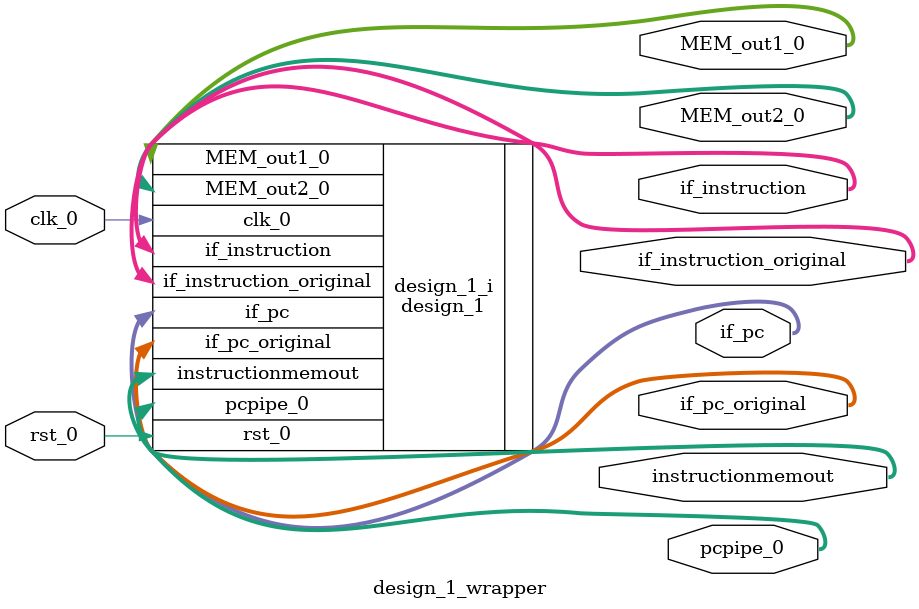
<source format=v>
`timescale 1 ps / 1 ps

module design_1_wrapper
   (MEM_out1_0,
    MEM_out2_0,
    clk_0,
    if_instruction,
    if_instruction_original,
    if_pc,
    if_pc_original,
    instructionmemout,
    pcpipe_0,
    rst_0);
  output [31:0]MEM_out1_0;
  output [31:0]MEM_out2_0;
  input clk_0;
  output [31:0]if_instruction;
  output [31:0]if_instruction_original;
  output [31:0]if_pc;
  output [31:0]if_pc_original;
  output [31:0]instructionmemout;
  output [31:0]pcpipe_0;
  input rst_0;

  wire [31:0]MEM_out1_0;
  wire [31:0]MEM_out2_0;
  wire clk_0;
  wire [31:0]if_instruction;
  wire [31:0]if_instruction_original;
  wire [31:0]if_pc;
  wire [31:0]if_pc_original;
  wire [31:0]instructionmemout;
  wire [31:0]pcpipe_0;
  wire rst_0;

  design_1 design_1_i
       (.MEM_out1_0(MEM_out1_0),
        .MEM_out2_0(MEM_out2_0),
        .clk_0(clk_0),
        .if_instruction(if_instruction),
        .if_instruction_original(if_instruction_original),
        .if_pc(if_pc),
        .if_pc_original(if_pc_original),
        .instructionmemout(instructionmemout),
        .pcpipe_0(pcpipe_0),
        .rst_0(rst_0));
endmodule

</source>
